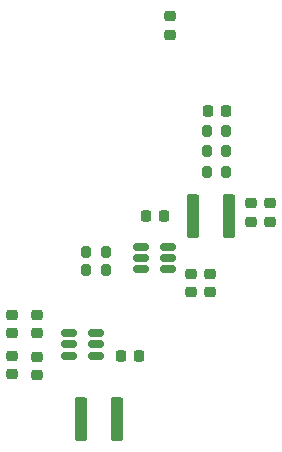
<source format=gbr>
%TF.GenerationSoftware,KiCad,Pcbnew,9.0.0*%
%TF.CreationDate,2025-03-19T13:45:40+03:00*%
%TF.ProjectId,End_striyel Sens_r Mod_l_,456e64fc-7374-4726-9979-656c2053656e,rev?*%
%TF.SameCoordinates,Original*%
%TF.FileFunction,Paste,Bot*%
%TF.FilePolarity,Positive*%
%FSLAX46Y46*%
G04 Gerber Fmt 4.6, Leading zero omitted, Abs format (unit mm)*
G04 Created by KiCad (PCBNEW 9.0.0) date 2025-03-19 13:45:40*
%MOMM*%
%LPD*%
G01*
G04 APERTURE LIST*
G04 Aperture macros list*
%AMRoundRect*
0 Rectangle with rounded corners*
0 $1 Rounding radius*
0 $2 $3 $4 $5 $6 $7 $8 $9 X,Y pos of 4 corners*
0 Add a 4 corners polygon primitive as box body*
4,1,4,$2,$3,$4,$5,$6,$7,$8,$9,$2,$3,0*
0 Add four circle primitives for the rounded corners*
1,1,$1+$1,$2,$3*
1,1,$1+$1,$4,$5*
1,1,$1+$1,$6,$7*
1,1,$1+$1,$8,$9*
0 Add four rect primitives between the rounded corners*
20,1,$1+$1,$2,$3,$4,$5,0*
20,1,$1+$1,$4,$5,$6,$7,0*
20,1,$1+$1,$6,$7,$8,$9,0*
20,1,$1+$1,$8,$9,$2,$3,0*%
G04 Aperture macros list end*
%ADD10RoundRect,0.250000X0.300000X1.600000X-0.300000X1.600000X-0.300000X-1.600000X0.300000X-1.600000X0*%
%ADD11RoundRect,0.225000X-0.250000X0.225000X-0.250000X-0.225000X0.250000X-0.225000X0.250000X0.225000X0*%
%ADD12RoundRect,0.225000X0.250000X-0.225000X0.250000X0.225000X-0.250000X0.225000X-0.250000X-0.225000X0*%
%ADD13RoundRect,0.200000X-0.200000X-0.275000X0.200000X-0.275000X0.200000X0.275000X-0.200000X0.275000X0*%
%ADD14RoundRect,0.225000X-0.225000X-0.250000X0.225000X-0.250000X0.225000X0.250000X-0.225000X0.250000X0*%
%ADD15RoundRect,0.200000X0.200000X0.275000X-0.200000X0.275000X-0.200000X-0.275000X0.200000X-0.275000X0*%
%ADD16RoundRect,0.150000X-0.512500X-0.150000X0.512500X-0.150000X0.512500X0.150000X-0.512500X0.150000X0*%
%ADD17RoundRect,0.150000X0.512500X0.150000X-0.512500X0.150000X-0.512500X-0.150000X0.512500X-0.150000X0*%
%ADD18RoundRect,0.250000X-0.300000X-1.600000X0.300000X-1.600000X0.300000X1.600000X-0.300000X1.600000X0*%
G04 APERTURE END LIST*
D10*
%TO.C,L2*%
X152875000Y-99850000D03*
X149875000Y-99850000D03*
%TD*%
D11*
%TO.C,C2*%
X157375000Y-65725000D03*
X157375000Y-67275000D03*
%TD*%
D12*
%TO.C,C13*%
X146125000Y-96125000D03*
X146125000Y-94575000D03*
%TD*%
D13*
%TO.C,R4*%
X150300000Y-87200000D03*
X151950000Y-87200000D03*
%TD*%
%TO.C,R7*%
X160500000Y-77150000D03*
X162150000Y-77150000D03*
%TD*%
D11*
%TO.C,C5*%
X160750000Y-87500000D03*
X160750000Y-89050000D03*
%TD*%
D14*
%TO.C,C9*%
X155300000Y-82625000D03*
X156850000Y-82625000D03*
%TD*%
D15*
%TO.C,R8*%
X162150000Y-75475000D03*
X160500000Y-75475000D03*
%TD*%
D16*
%TO.C,U3*%
X148850000Y-94450000D03*
X148850000Y-93500000D03*
X148850000Y-92550000D03*
X151125000Y-92550000D03*
X151125000Y-93500000D03*
X151125000Y-94450000D03*
%TD*%
D17*
%TO.C,U2*%
X157200000Y-85225000D03*
X157200000Y-86175000D03*
X157200000Y-87125000D03*
X154925000Y-87125000D03*
X154925000Y-86175000D03*
X154925000Y-85225000D03*
%TD*%
D11*
%TO.C,C15*%
X144025000Y-94475000D03*
X144025000Y-96025000D03*
%TD*%
D12*
%TO.C,C8*%
X146125000Y-92525000D03*
X146125000Y-90975000D03*
%TD*%
D18*
%TO.C,L1*%
X159350000Y-82600000D03*
X162350000Y-82600000D03*
%TD*%
D15*
%TO.C,R5*%
X151950000Y-85650000D03*
X150300000Y-85650000D03*
%TD*%
D11*
%TO.C,C11*%
X164200000Y-81550000D03*
X164200000Y-83100000D03*
%TD*%
%TO.C,C12*%
X165850000Y-81550000D03*
X165850000Y-83100000D03*
%TD*%
D14*
%TO.C,C10*%
X153225000Y-94450000D03*
X154775000Y-94450000D03*
%TD*%
D15*
%TO.C,R6*%
X162150000Y-78875000D03*
X160500000Y-78875000D03*
%TD*%
D14*
%TO.C,C14*%
X160550000Y-73700000D03*
X162100000Y-73700000D03*
%TD*%
D11*
%TO.C,C6*%
X159150000Y-87500000D03*
X159150000Y-89050000D03*
%TD*%
D12*
%TO.C,C7*%
X144025000Y-92525000D03*
X144025000Y-90975000D03*
%TD*%
M02*

</source>
